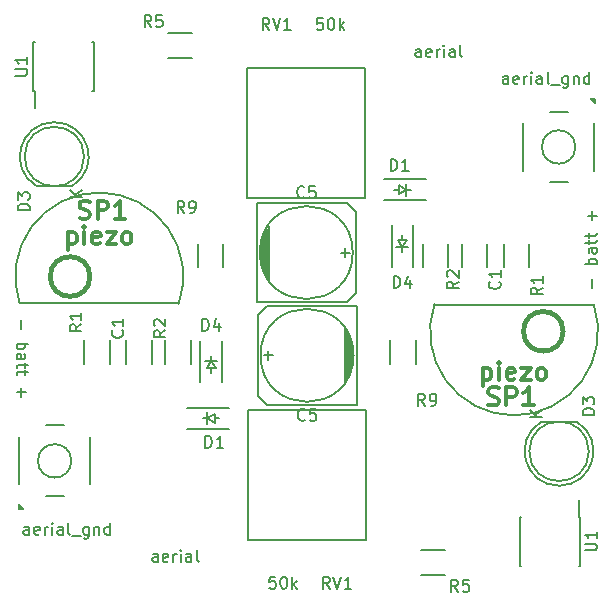
<source format=gto>
G04 #@! TF.FileFunction,Legend,Top*
%FSLAX46Y46*%
G04 Gerber Fmt 4.6, Leading zero omitted, Abs format (unit mm)*
G04 Created by KiCad (PCBNEW 0.201603210401+6634~43~ubuntu14.04.1-product) date mån 28 mar 2016 17:16:37*
%MOMM*%
G01*
G04 APERTURE LIST*
%ADD10C,0.050000*%
%ADD11C,0.200000*%
%ADD12C,0.150000*%
%ADD13C,0.381000*%
%ADD14C,0.304800*%
G04 APERTURE END LIST*
D10*
D11*
X100830071Y-126365404D02*
X100830071Y-127127309D01*
X100449119Y-128365404D02*
X101449119Y-128365404D01*
X101068167Y-128365404D02*
X101115786Y-128460642D01*
X101115786Y-128651119D01*
X101068167Y-128746357D01*
X101020548Y-128793976D01*
X100925310Y-128841595D01*
X100639595Y-128841595D01*
X100544357Y-128793976D01*
X100496738Y-128746357D01*
X100449119Y-128651119D01*
X100449119Y-128460642D01*
X100496738Y-128365404D01*
X100449119Y-129698738D02*
X100972929Y-129698738D01*
X101068167Y-129651119D01*
X101115786Y-129555881D01*
X101115786Y-129365404D01*
X101068167Y-129270166D01*
X100496738Y-129698738D02*
X100449119Y-129603500D01*
X100449119Y-129365404D01*
X100496738Y-129270166D01*
X100591976Y-129222547D01*
X100687214Y-129222547D01*
X100782452Y-129270166D01*
X100830071Y-129365404D01*
X100830071Y-129603500D01*
X100877690Y-129698738D01*
X101115786Y-130032071D02*
X101115786Y-130413023D01*
X101449119Y-130174928D02*
X100591976Y-130174928D01*
X100496738Y-130222547D01*
X100449119Y-130317785D01*
X100449119Y-130413023D01*
X101115786Y-130603500D02*
X101115786Y-130984452D01*
X101449119Y-130746357D02*
X100591976Y-130746357D01*
X100496738Y-130793976D01*
X100449119Y-130889214D01*
X100449119Y-130984452D01*
X100830071Y-132079691D02*
X100830071Y-132841596D01*
X100449119Y-132460644D02*
X101211024Y-132460644D01*
X149169429Y-123634096D02*
X149169429Y-122872191D01*
X149550381Y-121634096D02*
X148550381Y-121634096D01*
X148931333Y-121634096D02*
X148883714Y-121538858D01*
X148883714Y-121348381D01*
X148931333Y-121253143D01*
X148978952Y-121205524D01*
X149074190Y-121157905D01*
X149359905Y-121157905D01*
X149455143Y-121205524D01*
X149502762Y-121253143D01*
X149550381Y-121348381D01*
X149550381Y-121538858D01*
X149502762Y-121634096D01*
X149550381Y-120300762D02*
X149026571Y-120300762D01*
X148931333Y-120348381D01*
X148883714Y-120443619D01*
X148883714Y-120634096D01*
X148931333Y-120729334D01*
X149502762Y-120300762D02*
X149550381Y-120396000D01*
X149550381Y-120634096D01*
X149502762Y-120729334D01*
X149407524Y-120776953D01*
X149312286Y-120776953D01*
X149217048Y-120729334D01*
X149169429Y-120634096D01*
X149169429Y-120396000D01*
X149121810Y-120300762D01*
X148883714Y-119967429D02*
X148883714Y-119586477D01*
X148550381Y-119824572D02*
X149407524Y-119824572D01*
X149502762Y-119776953D01*
X149550381Y-119681715D01*
X149550381Y-119586477D01*
X148883714Y-119396000D02*
X148883714Y-119015048D01*
X148550381Y-119253143D02*
X149407524Y-119253143D01*
X149502762Y-119205524D01*
X149550381Y-119110286D01*
X149550381Y-119015048D01*
X149169429Y-117919809D02*
X149169429Y-117157904D01*
X149550381Y-117538856D02*
X148788476Y-117538856D01*
D12*
X117221000Y-134683500D02*
X117602000Y-134683500D01*
X116205000Y-134683500D02*
X116586000Y-134683500D01*
X116586000Y-134683500D02*
X117221000Y-134302500D01*
X117221000Y-134302500D02*
X117221000Y-135064500D01*
X117221000Y-135064500D02*
X116586000Y-134683500D01*
X116586000Y-134175500D02*
X116586000Y-135191500D01*
X114903500Y-135583500D02*
X118443500Y-135583500D01*
X114903500Y-133783500D02*
X118443500Y-133783500D01*
X100663500Y-142237500D02*
X100763500Y-142237500D01*
X100613500Y-142337500D02*
X100613500Y-141987500D01*
X100613500Y-141987500D02*
G75*
G03X100963500Y-142337500I1050000J700000D01*
G01*
X100613500Y-142337500D02*
X100963500Y-142337500D01*
X105077714Y-138287500D02*
G75*
G03X105077714Y-138287500I-1414214J0D01*
G01*
X106663500Y-140287500D02*
X106663500Y-136287500D01*
X100663500Y-140287500D02*
X100663500Y-136287500D01*
X104413500Y-141287500D02*
X102913500Y-141287500D01*
X102913500Y-135287500D02*
X104413500Y-135287500D01*
D10*
X103663500Y-141287500D02*
X103663500Y-141287500D01*
X106663500Y-136287500D02*
X106663500Y-140287500D01*
X100663500Y-136287500D02*
X100663500Y-140287500D01*
X103663500Y-135287500D02*
X103663500Y-135287500D01*
X105077714Y-138287500D02*
G75*
G03X105077714Y-138287500I-1414214J0D01*
G01*
D12*
X135833806Y-124990067D02*
G75*
G03X149307500Y-125067500I6723694J-2327433D01*
G01*
X135807500Y-125067500D02*
X149307500Y-125067500D01*
D13*
X146711650Y-127317500D02*
G75*
G03X146711650Y-127317500I-1677650J0D01*
G01*
D12*
X144842596Y-134992612D02*
G75*
G03X147867500Y-134977500I1524904J-2484888D01*
G01*
X144867500Y-134977500D02*
X147867500Y-134977500D01*
X148885436Y-137477500D02*
G75*
G03X148885436Y-137477500I-2517936J0D01*
G01*
X148180500Y-143022500D02*
X148035500Y-143022500D01*
X148180500Y-147172500D02*
X148035500Y-147172500D01*
X143030500Y-147172500D02*
X143175500Y-147172500D01*
X143030500Y-143022500D02*
X143175500Y-143022500D01*
X148180500Y-143022500D02*
X148180500Y-147172500D01*
X143030500Y-143022500D02*
X143030500Y-147172500D01*
X148035500Y-143022500D02*
X148035500Y-141622500D01*
X134699500Y-145800500D02*
X136699500Y-145800500D01*
X136699500Y-147950500D02*
X134699500Y-147950500D01*
X120031500Y-134009500D02*
X120031500Y-145009500D01*
X120031500Y-145009500D02*
X130031500Y-145009500D01*
X130031500Y-145009500D02*
X130031500Y-134009500D01*
X130031500Y-134009500D02*
X120031500Y-134009500D01*
X128841500Y-130365500D02*
X128841500Y-128333500D01*
X128714500Y-127952500D02*
X128714500Y-130746500D01*
X128587500Y-131000500D02*
X128587500Y-127698500D01*
X128460500Y-127444500D02*
X128460500Y-131254500D01*
X128333500Y-127317500D02*
X128333500Y-131381500D01*
X128206500Y-131635500D02*
X128206500Y-127063500D01*
X129222500Y-133540500D02*
X129222500Y-125158500D01*
X129222500Y-125158500D02*
X121602500Y-125158500D01*
X121602500Y-125158500D02*
X120840500Y-125920500D01*
X120840500Y-125920500D02*
X120840500Y-132778500D01*
X120840500Y-132778500D02*
X121602500Y-133540500D01*
X121602500Y-133540500D02*
X129222500Y-133540500D01*
X121348500Y-129349500D02*
X122110500Y-129349500D01*
X121729500Y-129730500D02*
X121729500Y-128968500D01*
X128968500Y-129349500D02*
G75*
G03X128968500Y-129349500I-3937000J0D01*
G01*
X132084500Y-130095500D02*
X132084500Y-128095500D01*
X134234500Y-128095500D02*
X134234500Y-130095500D01*
X106176500Y-130095500D02*
X106176500Y-128095500D01*
X108326500Y-128095500D02*
X108326500Y-130095500D01*
X113034500Y-130095500D02*
X113034500Y-128095500D01*
X115184500Y-128095500D02*
X115184500Y-130095500D01*
X109732500Y-130095500D02*
X109732500Y-128095500D01*
X111882500Y-128095500D02*
X111882500Y-130095500D01*
X116903500Y-130429000D02*
X116903500Y-130810000D01*
X116903500Y-129413000D02*
X116903500Y-129794000D01*
X116903500Y-129794000D02*
X117284500Y-130429000D01*
X117284500Y-130429000D02*
X116522500Y-130429000D01*
X116522500Y-130429000D02*
X116903500Y-129794000D01*
X117411500Y-129794000D02*
X116395500Y-129794000D01*
X116003500Y-128111500D02*
X116003500Y-131651500D01*
X117803500Y-128111500D02*
X117803500Y-131651500D01*
X140267000Y-119904000D02*
X140267000Y-121904000D01*
X138117000Y-121904000D02*
X138117000Y-119904000D01*
X121158000Y-119634000D02*
X121158000Y-121666000D01*
X121285000Y-122047000D02*
X121285000Y-119253000D01*
X121412000Y-118999000D02*
X121412000Y-122301000D01*
X121539000Y-122555000D02*
X121539000Y-118745000D01*
X121666000Y-122682000D02*
X121666000Y-118618000D01*
X121793000Y-118364000D02*
X121793000Y-122936000D01*
X120777000Y-116459000D02*
X120777000Y-124841000D01*
X120777000Y-124841000D02*
X128397000Y-124841000D01*
X128397000Y-124841000D02*
X129159000Y-124079000D01*
X129159000Y-124079000D02*
X129159000Y-117221000D01*
X129159000Y-117221000D02*
X128397000Y-116459000D01*
X128397000Y-116459000D02*
X120777000Y-116459000D01*
X128651000Y-120650000D02*
X127889000Y-120650000D01*
X128270000Y-120269000D02*
X128270000Y-121031000D01*
X128905000Y-120650000D02*
G75*
G03X128905000Y-120650000I-3937000J0D01*
G01*
X132778500Y-115316000D02*
X132397500Y-115316000D01*
X133794500Y-115316000D02*
X133413500Y-115316000D01*
X133413500Y-115316000D02*
X132778500Y-115697000D01*
X132778500Y-115697000D02*
X132778500Y-114935000D01*
X132778500Y-114935000D02*
X133413500Y-115316000D01*
X133413500Y-115824000D02*
X133413500Y-114808000D01*
X135096000Y-114416000D02*
X131556000Y-114416000D01*
X135096000Y-116216000D02*
X131556000Y-116216000D01*
X105156904Y-115006888D02*
G75*
G03X102132000Y-115022000I-1524904J2484888D01*
G01*
X105132000Y-115022000D02*
X102132000Y-115022000D01*
X106149936Y-112522000D02*
G75*
G03X106149936Y-112522000I-2517936J0D01*
G01*
X133096000Y-119570500D02*
X133096000Y-119189500D01*
X133096000Y-120586500D02*
X133096000Y-120205500D01*
X133096000Y-120205500D02*
X132715000Y-119570500D01*
X132715000Y-119570500D02*
X133477000Y-119570500D01*
X133477000Y-119570500D02*
X133096000Y-120205500D01*
X132588000Y-120205500D02*
X133604000Y-120205500D01*
X133996000Y-121888000D02*
X133996000Y-118348000D01*
X132196000Y-121888000D02*
X132196000Y-118348000D01*
X143823000Y-119904000D02*
X143823000Y-121904000D01*
X141673000Y-121904000D02*
X141673000Y-119904000D01*
X136965000Y-119904000D02*
X136965000Y-121904000D01*
X134815000Y-121904000D02*
X134815000Y-119904000D01*
X115300000Y-104199000D02*
X113300000Y-104199000D01*
X113300000Y-102049000D02*
X115300000Y-102049000D01*
X117915000Y-119904000D02*
X117915000Y-121904000D01*
X115765000Y-121904000D02*
X115765000Y-119904000D01*
X149336000Y-107762000D02*
X149236000Y-107762000D01*
X149386000Y-107662000D02*
X149386000Y-108012000D01*
X149386000Y-108012000D02*
G75*
G03X149036000Y-107662000I-1050000J-700000D01*
G01*
X149386000Y-107662000D02*
X149036000Y-107662000D01*
X147750214Y-111712000D02*
G75*
G03X147750214Y-111712000I-1414214J0D01*
G01*
X143336000Y-109712000D02*
X143336000Y-113712000D01*
X149336000Y-109712000D02*
X149336000Y-113712000D01*
X145586000Y-108712000D02*
X147086000Y-108712000D01*
X147086000Y-114712000D02*
X145586000Y-114712000D01*
D10*
X146336000Y-108712000D02*
X146336000Y-108712000D01*
X143336000Y-113712000D02*
X143336000Y-109712000D01*
X149336000Y-113712000D02*
X149336000Y-109712000D01*
X146336000Y-114712000D02*
X146336000Y-114712000D01*
X147750214Y-111712000D02*
G75*
G03X147750214Y-111712000I-1414214J0D01*
G01*
D12*
X101819000Y-106977000D02*
X101964000Y-106977000D01*
X101819000Y-102827000D02*
X101964000Y-102827000D01*
X106969000Y-102827000D02*
X106824000Y-102827000D01*
X106969000Y-106977000D02*
X106824000Y-106977000D01*
X101819000Y-106977000D02*
X101819000Y-102827000D01*
X106969000Y-106977000D02*
X106969000Y-102827000D01*
X101964000Y-106977000D02*
X101964000Y-108377000D01*
X129968000Y-115990000D02*
X129968000Y-104990000D01*
X129968000Y-104990000D02*
X119968000Y-104990000D01*
X119968000Y-104990000D02*
X119968000Y-115990000D01*
X119968000Y-115990000D02*
X129968000Y-115990000D01*
X114165694Y-125009433D02*
G75*
G03X100692000Y-124932000I-6723694J2327433D01*
G01*
X114192000Y-124932000D02*
X100692000Y-124932000D01*
D13*
X106643150Y-122682000D02*
G75*
G03X106643150Y-122682000I-1677650J0D01*
G01*
D12*
X116419405Y-137167881D02*
X116419405Y-136167881D01*
X116657500Y-136167881D01*
X116800358Y-136215500D01*
X116895596Y-136310738D01*
X116943215Y-136405976D01*
X116990834Y-136596452D01*
X116990834Y-136739310D01*
X116943215Y-136929786D01*
X116895596Y-137025024D01*
X116800358Y-137120262D01*
X116657500Y-137167881D01*
X116419405Y-137167881D01*
X117943215Y-137167881D02*
X117371786Y-137167881D01*
X117657500Y-137167881D02*
X117657500Y-136167881D01*
X117562262Y-136310738D01*
X117467024Y-136405976D01*
X117371786Y-136453595D01*
X101497214Y-144533881D02*
X101497214Y-144010071D01*
X101449595Y-143914833D01*
X101354357Y-143867214D01*
X101163880Y-143867214D01*
X101068642Y-143914833D01*
X101497214Y-144486262D02*
X101401976Y-144533881D01*
X101163880Y-144533881D01*
X101068642Y-144486262D01*
X101021023Y-144391024D01*
X101021023Y-144295786D01*
X101068642Y-144200548D01*
X101163880Y-144152929D01*
X101401976Y-144152929D01*
X101497214Y-144105310D01*
X102354357Y-144486262D02*
X102259119Y-144533881D01*
X102068642Y-144533881D01*
X101973404Y-144486262D01*
X101925785Y-144391024D01*
X101925785Y-144010071D01*
X101973404Y-143914833D01*
X102068642Y-143867214D01*
X102259119Y-143867214D01*
X102354357Y-143914833D01*
X102401976Y-144010071D01*
X102401976Y-144105310D01*
X101925785Y-144200548D01*
X102830547Y-144533881D02*
X102830547Y-143867214D01*
X102830547Y-144057690D02*
X102878166Y-143962452D01*
X102925785Y-143914833D01*
X103021023Y-143867214D01*
X103116262Y-143867214D01*
X103449595Y-144533881D02*
X103449595Y-143867214D01*
X103449595Y-143533881D02*
X103401976Y-143581500D01*
X103449595Y-143629119D01*
X103497214Y-143581500D01*
X103449595Y-143533881D01*
X103449595Y-143629119D01*
X104354357Y-144533881D02*
X104354357Y-144010071D01*
X104306738Y-143914833D01*
X104211500Y-143867214D01*
X104021023Y-143867214D01*
X103925785Y-143914833D01*
X104354357Y-144486262D02*
X104259119Y-144533881D01*
X104021023Y-144533881D01*
X103925785Y-144486262D01*
X103878166Y-144391024D01*
X103878166Y-144295786D01*
X103925785Y-144200548D01*
X104021023Y-144152929D01*
X104259119Y-144152929D01*
X104354357Y-144105310D01*
X104973404Y-144533881D02*
X104878166Y-144486262D01*
X104830547Y-144391024D01*
X104830547Y-143533881D01*
X105116262Y-144629119D02*
X105878167Y-144629119D01*
X106544834Y-143867214D02*
X106544834Y-144676738D01*
X106497215Y-144771976D01*
X106449596Y-144819595D01*
X106354357Y-144867214D01*
X106211500Y-144867214D01*
X106116262Y-144819595D01*
X106544834Y-144486262D02*
X106449596Y-144533881D01*
X106259119Y-144533881D01*
X106163881Y-144486262D01*
X106116262Y-144438643D01*
X106068643Y-144343405D01*
X106068643Y-144057690D01*
X106116262Y-143962452D01*
X106163881Y-143914833D01*
X106259119Y-143867214D01*
X106449596Y-143867214D01*
X106544834Y-143914833D01*
X107021024Y-143867214D02*
X107021024Y-144533881D01*
X107021024Y-143962452D02*
X107068643Y-143914833D01*
X107163881Y-143867214D01*
X107306739Y-143867214D01*
X107401977Y-143914833D01*
X107449596Y-144010071D01*
X107449596Y-144533881D01*
X108354358Y-144533881D02*
X108354358Y-143533881D01*
X108354358Y-144486262D02*
X108259120Y-144533881D01*
X108068643Y-144533881D01*
X107973405Y-144486262D01*
X107925786Y-144438643D01*
X107878167Y-144343405D01*
X107878167Y-144057690D01*
X107925786Y-143962452D01*
X107973405Y-143914833D01*
X108068643Y-143867214D01*
X108259120Y-143867214D01*
X108354358Y-143914833D01*
X112379310Y-146819881D02*
X112379310Y-146296071D01*
X112331691Y-146200833D01*
X112236453Y-146153214D01*
X112045976Y-146153214D01*
X111950738Y-146200833D01*
X112379310Y-146772262D02*
X112284072Y-146819881D01*
X112045976Y-146819881D01*
X111950738Y-146772262D01*
X111903119Y-146677024D01*
X111903119Y-146581786D01*
X111950738Y-146486548D01*
X112045976Y-146438929D01*
X112284072Y-146438929D01*
X112379310Y-146391310D01*
X113236453Y-146772262D02*
X113141215Y-146819881D01*
X112950738Y-146819881D01*
X112855500Y-146772262D01*
X112807881Y-146677024D01*
X112807881Y-146296071D01*
X112855500Y-146200833D01*
X112950738Y-146153214D01*
X113141215Y-146153214D01*
X113236453Y-146200833D01*
X113284072Y-146296071D01*
X113284072Y-146391310D01*
X112807881Y-146486548D01*
X113712643Y-146819881D02*
X113712643Y-146153214D01*
X113712643Y-146343690D02*
X113760262Y-146248452D01*
X113807881Y-146200833D01*
X113903119Y-146153214D01*
X113998358Y-146153214D01*
X114331691Y-146819881D02*
X114331691Y-146153214D01*
X114331691Y-145819881D02*
X114284072Y-145867500D01*
X114331691Y-145915119D01*
X114379310Y-145867500D01*
X114331691Y-145819881D01*
X114331691Y-145915119D01*
X115236453Y-146819881D02*
X115236453Y-146296071D01*
X115188834Y-146200833D01*
X115093596Y-146153214D01*
X114903119Y-146153214D01*
X114807881Y-146200833D01*
X115236453Y-146772262D02*
X115141215Y-146819881D01*
X114903119Y-146819881D01*
X114807881Y-146772262D01*
X114760262Y-146677024D01*
X114760262Y-146581786D01*
X114807881Y-146486548D01*
X114903119Y-146438929D01*
X115141215Y-146438929D01*
X115236453Y-146391310D01*
X115855500Y-146819881D02*
X115760262Y-146772262D01*
X115712643Y-146677024D01*
X115712643Y-145819881D01*
D14*
X140380357Y-133522357D02*
X140598071Y-133594929D01*
X140960928Y-133594929D01*
X141106071Y-133522357D01*
X141178642Y-133449786D01*
X141251214Y-133304643D01*
X141251214Y-133159500D01*
X141178642Y-133014357D01*
X141106071Y-132941786D01*
X140960928Y-132869214D01*
X140670642Y-132796643D01*
X140525500Y-132724071D01*
X140452928Y-132651500D01*
X140380357Y-132506357D01*
X140380357Y-132361214D01*
X140452928Y-132216071D01*
X140525500Y-132143500D01*
X140670642Y-132070929D01*
X141033500Y-132070929D01*
X141251214Y-132143500D01*
X141904357Y-133594929D02*
X141904357Y-132070929D01*
X142484929Y-132070929D01*
X142630071Y-132143500D01*
X142702643Y-132216071D01*
X142775214Y-132361214D01*
X142775214Y-132578929D01*
X142702643Y-132724071D01*
X142630071Y-132796643D01*
X142484929Y-132869214D01*
X141904357Y-132869214D01*
X144226643Y-133594929D02*
X143355786Y-133594929D01*
X143791214Y-133594929D02*
X143791214Y-132070929D01*
X143646071Y-132288643D01*
X143500929Y-132433786D01*
X143355786Y-132506357D01*
X139908643Y-130419929D02*
X139908643Y-131943929D01*
X139908643Y-130492500D02*
X140053786Y-130419929D01*
X140344072Y-130419929D01*
X140489215Y-130492500D01*
X140561786Y-130565071D01*
X140634357Y-130710214D01*
X140634357Y-131145643D01*
X140561786Y-131290786D01*
X140489215Y-131363357D01*
X140344072Y-131435929D01*
X140053786Y-131435929D01*
X139908643Y-131363357D01*
X141287500Y-131435929D02*
X141287500Y-130419929D01*
X141287500Y-129911929D02*
X141214929Y-129984500D01*
X141287500Y-130057071D01*
X141360072Y-129984500D01*
X141287500Y-129911929D01*
X141287500Y-130057071D01*
X142593786Y-131363357D02*
X142448643Y-131435929D01*
X142158357Y-131435929D01*
X142013214Y-131363357D01*
X141940643Y-131218214D01*
X141940643Y-130637643D01*
X142013214Y-130492500D01*
X142158357Y-130419929D01*
X142448643Y-130419929D01*
X142593786Y-130492500D01*
X142666357Y-130637643D01*
X142666357Y-130782786D01*
X141940643Y-130927929D01*
X143174357Y-130419929D02*
X143972643Y-130419929D01*
X143174357Y-131435929D01*
X143972643Y-131435929D01*
X144770928Y-131435929D02*
X144625786Y-131363357D01*
X144553214Y-131290786D01*
X144480643Y-131145643D01*
X144480643Y-130710214D01*
X144553214Y-130565071D01*
X144625786Y-130492500D01*
X144770928Y-130419929D01*
X144988643Y-130419929D01*
X145133786Y-130492500D01*
X145206357Y-130565071D01*
X145278928Y-130710214D01*
X145278928Y-131145643D01*
X145206357Y-131290786D01*
X145133786Y-131363357D01*
X144988643Y-131435929D01*
X144770928Y-131435929D01*
D12*
X149359881Y-134405595D02*
X148359881Y-134405595D01*
X148359881Y-134167500D01*
X148407500Y-134024642D01*
X148502738Y-133929404D01*
X148597976Y-133881785D01*
X148788452Y-133834166D01*
X148931310Y-133834166D01*
X149121786Y-133881785D01*
X149217024Y-133929404D01*
X149312262Y-134024642D01*
X149359881Y-134167500D01*
X149359881Y-134405595D01*
X148359881Y-133500833D02*
X148359881Y-132881785D01*
X148740833Y-133215119D01*
X148740833Y-133072261D01*
X148788452Y-132977023D01*
X148836071Y-132929404D01*
X148931310Y-132881785D01*
X149169405Y-132881785D01*
X149264643Y-132929404D01*
X149312262Y-132977023D01*
X149359881Y-133072261D01*
X149359881Y-133357976D01*
X149312262Y-133453214D01*
X149264643Y-133500833D01*
X144914881Y-134564405D02*
X143914881Y-134564405D01*
X144914881Y-133992976D02*
X144343452Y-134421548D01*
X143914881Y-133992976D02*
X144486310Y-134564405D01*
X148557881Y-145859405D02*
X149367405Y-145859405D01*
X149462643Y-145811786D01*
X149510262Y-145764167D01*
X149557881Y-145668929D01*
X149557881Y-145478452D01*
X149510262Y-145383214D01*
X149462643Y-145335595D01*
X149367405Y-145287976D01*
X148557881Y-145287976D01*
X149557881Y-144287976D02*
X149557881Y-144859405D01*
X149557881Y-144573691D02*
X148557881Y-144573691D01*
X148700738Y-144668929D01*
X148795976Y-144764167D01*
X148843595Y-144859405D01*
X137818834Y-149359881D02*
X137485500Y-148883690D01*
X137247405Y-149359881D02*
X137247405Y-148359881D01*
X137628358Y-148359881D01*
X137723596Y-148407500D01*
X137771215Y-148455119D01*
X137818834Y-148550357D01*
X137818834Y-148693214D01*
X137771215Y-148788452D01*
X137723596Y-148836071D01*
X137628358Y-148883690D01*
X137247405Y-148883690D01*
X138723596Y-148359881D02*
X138247405Y-148359881D01*
X138199786Y-148836071D01*
X138247405Y-148788452D01*
X138342643Y-148740833D01*
X138580739Y-148740833D01*
X138675977Y-148788452D01*
X138723596Y-148836071D01*
X138771215Y-148931310D01*
X138771215Y-149169405D01*
X138723596Y-149264643D01*
X138675977Y-149312262D01*
X138580739Y-149359881D01*
X138342643Y-149359881D01*
X138247405Y-149312262D01*
X138199786Y-149264643D01*
X126976262Y-149105881D02*
X126642928Y-148629690D01*
X126404833Y-149105881D02*
X126404833Y-148105881D01*
X126785786Y-148105881D01*
X126881024Y-148153500D01*
X126928643Y-148201119D01*
X126976262Y-148296357D01*
X126976262Y-148439214D01*
X126928643Y-148534452D01*
X126881024Y-148582071D01*
X126785786Y-148629690D01*
X126404833Y-148629690D01*
X127261976Y-148105881D02*
X127595309Y-149105881D01*
X127928643Y-148105881D01*
X128785786Y-149105881D02*
X128214357Y-149105881D01*
X128500071Y-149105881D02*
X128500071Y-148105881D01*
X128404833Y-148248738D01*
X128309595Y-148343976D01*
X128214357Y-148391595D01*
X122356643Y-148105881D02*
X121880452Y-148105881D01*
X121832833Y-148582071D01*
X121880452Y-148534452D01*
X121975690Y-148486833D01*
X122213786Y-148486833D01*
X122309024Y-148534452D01*
X122356643Y-148582071D01*
X122404262Y-148677310D01*
X122404262Y-148915405D01*
X122356643Y-149010643D01*
X122309024Y-149058262D01*
X122213786Y-149105881D01*
X121975690Y-149105881D01*
X121880452Y-149058262D01*
X121832833Y-149010643D01*
X123023309Y-148105881D02*
X123118548Y-148105881D01*
X123213786Y-148153500D01*
X123261405Y-148201119D01*
X123309024Y-148296357D01*
X123356643Y-148486833D01*
X123356643Y-148724929D01*
X123309024Y-148915405D01*
X123261405Y-149010643D01*
X123213786Y-149058262D01*
X123118548Y-149105881D01*
X123023309Y-149105881D01*
X122928071Y-149058262D01*
X122880452Y-149010643D01*
X122832833Y-148915405D01*
X122785214Y-148724929D01*
X122785214Y-148486833D01*
X122832833Y-148296357D01*
X122880452Y-148201119D01*
X122928071Y-148153500D01*
X123023309Y-148105881D01*
X123785214Y-149105881D02*
X123785214Y-148105881D01*
X123880452Y-148724929D02*
X124166167Y-149105881D01*
X124166167Y-148439214D02*
X123785214Y-148820167D01*
X124864834Y-134786643D02*
X124817215Y-134834262D01*
X124674358Y-134881881D01*
X124579120Y-134881881D01*
X124436262Y-134834262D01*
X124341024Y-134739024D01*
X124293405Y-134643786D01*
X124245786Y-134453310D01*
X124245786Y-134310452D01*
X124293405Y-134119976D01*
X124341024Y-134024738D01*
X124436262Y-133929500D01*
X124579120Y-133881881D01*
X124674358Y-133881881D01*
X124817215Y-133929500D01*
X124864834Y-133977119D01*
X125769596Y-133881881D02*
X125293405Y-133881881D01*
X125245786Y-134358071D01*
X125293405Y-134310452D01*
X125388643Y-134262833D01*
X125626739Y-134262833D01*
X125721977Y-134310452D01*
X125769596Y-134358071D01*
X125817215Y-134453310D01*
X125817215Y-134691405D01*
X125769596Y-134786643D01*
X125721977Y-134834262D01*
X125626739Y-134881881D01*
X125388643Y-134881881D01*
X125293405Y-134834262D01*
X125245786Y-134786643D01*
X135024834Y-133611881D02*
X134691500Y-133135690D01*
X134453405Y-133611881D02*
X134453405Y-132611881D01*
X134834358Y-132611881D01*
X134929596Y-132659500D01*
X134977215Y-132707119D01*
X135024834Y-132802357D01*
X135024834Y-132945214D01*
X134977215Y-133040452D01*
X134929596Y-133088071D01*
X134834358Y-133135690D01*
X134453405Y-133135690D01*
X135501024Y-133611881D02*
X135691500Y-133611881D01*
X135786739Y-133564262D01*
X135834358Y-133516643D01*
X135929596Y-133373786D01*
X135977215Y-133183310D01*
X135977215Y-132802357D01*
X135929596Y-132707119D01*
X135881977Y-132659500D01*
X135786739Y-132611881D01*
X135596262Y-132611881D01*
X135501024Y-132659500D01*
X135453405Y-132707119D01*
X135405786Y-132802357D01*
X135405786Y-133040452D01*
X135453405Y-133135690D01*
X135501024Y-133183310D01*
X135596262Y-133230929D01*
X135786739Y-133230929D01*
X135881977Y-133183310D01*
X135929596Y-133135690D01*
X135977215Y-133040452D01*
X105925881Y-126722166D02*
X105449690Y-127055500D01*
X105925881Y-127293595D02*
X104925881Y-127293595D01*
X104925881Y-126912642D01*
X104973500Y-126817404D01*
X105021119Y-126769785D01*
X105116357Y-126722166D01*
X105259214Y-126722166D01*
X105354452Y-126769785D01*
X105402071Y-126817404D01*
X105449690Y-126912642D01*
X105449690Y-127293595D01*
X105925881Y-125769785D02*
X105925881Y-126341214D01*
X105925881Y-126055500D02*
X104925881Y-126055500D01*
X105068738Y-126150738D01*
X105163976Y-126245976D01*
X105211595Y-126341214D01*
X113037881Y-127230166D02*
X112561690Y-127563500D01*
X113037881Y-127801595D02*
X112037881Y-127801595D01*
X112037881Y-127420642D01*
X112085500Y-127325404D01*
X112133119Y-127277785D01*
X112228357Y-127230166D01*
X112371214Y-127230166D01*
X112466452Y-127277785D01*
X112514071Y-127325404D01*
X112561690Y-127420642D01*
X112561690Y-127801595D01*
X112133119Y-126849214D02*
X112085500Y-126801595D01*
X112037881Y-126706357D01*
X112037881Y-126468261D01*
X112085500Y-126373023D01*
X112133119Y-126325404D01*
X112228357Y-126277785D01*
X112323595Y-126277785D01*
X112466452Y-126325404D01*
X113037881Y-126896833D01*
X113037881Y-126277785D01*
X109386643Y-127230166D02*
X109434262Y-127277785D01*
X109481881Y-127420642D01*
X109481881Y-127515880D01*
X109434262Y-127658738D01*
X109339024Y-127753976D01*
X109243786Y-127801595D01*
X109053310Y-127849214D01*
X108910452Y-127849214D01*
X108719976Y-127801595D01*
X108624738Y-127753976D01*
X108529500Y-127658738D01*
X108481881Y-127515880D01*
X108481881Y-127420642D01*
X108529500Y-127277785D01*
X108577119Y-127230166D01*
X109481881Y-126277785D02*
X109481881Y-126849214D01*
X109481881Y-126563500D02*
X108481881Y-126563500D01*
X108624738Y-126658738D01*
X108719976Y-126753976D01*
X108767595Y-126849214D01*
X116165405Y-127261881D02*
X116165405Y-126261881D01*
X116403500Y-126261881D01*
X116546358Y-126309500D01*
X116641596Y-126404738D01*
X116689215Y-126499976D01*
X116736834Y-126690452D01*
X116736834Y-126833310D01*
X116689215Y-127023786D01*
X116641596Y-127119024D01*
X116546358Y-127214262D01*
X116403500Y-127261881D01*
X116165405Y-127261881D01*
X117593977Y-126595214D02*
X117593977Y-127261881D01*
X117355881Y-126214262D02*
X117117786Y-126928548D01*
X117736834Y-126928548D01*
X141327143Y-123102666D02*
X141374762Y-123150285D01*
X141422381Y-123293142D01*
X141422381Y-123388380D01*
X141374762Y-123531238D01*
X141279524Y-123626476D01*
X141184286Y-123674095D01*
X140993810Y-123721714D01*
X140850952Y-123721714D01*
X140660476Y-123674095D01*
X140565238Y-123626476D01*
X140470000Y-123531238D01*
X140422381Y-123388380D01*
X140422381Y-123293142D01*
X140470000Y-123150285D01*
X140517619Y-123102666D01*
X141422381Y-122150285D02*
X141422381Y-122721714D01*
X141422381Y-122436000D02*
X140422381Y-122436000D01*
X140565238Y-122531238D01*
X140660476Y-122626476D01*
X140708095Y-122721714D01*
X124801334Y-115927143D02*
X124753715Y-115974762D01*
X124610858Y-116022381D01*
X124515620Y-116022381D01*
X124372762Y-115974762D01*
X124277524Y-115879524D01*
X124229905Y-115784286D01*
X124182286Y-115593810D01*
X124182286Y-115450952D01*
X124229905Y-115260476D01*
X124277524Y-115165238D01*
X124372762Y-115070000D01*
X124515620Y-115022381D01*
X124610858Y-115022381D01*
X124753715Y-115070000D01*
X124801334Y-115117619D01*
X125706096Y-115022381D02*
X125229905Y-115022381D01*
X125182286Y-115498571D01*
X125229905Y-115450952D01*
X125325143Y-115403333D01*
X125563239Y-115403333D01*
X125658477Y-115450952D01*
X125706096Y-115498571D01*
X125753715Y-115593810D01*
X125753715Y-115831905D01*
X125706096Y-115927143D01*
X125658477Y-115974762D01*
X125563239Y-116022381D01*
X125325143Y-116022381D01*
X125229905Y-115974762D01*
X125182286Y-115927143D01*
X132103905Y-113736381D02*
X132103905Y-112736381D01*
X132342000Y-112736381D01*
X132484858Y-112784000D01*
X132580096Y-112879238D01*
X132627715Y-112974476D01*
X132675334Y-113164952D01*
X132675334Y-113307810D01*
X132627715Y-113498286D01*
X132580096Y-113593524D01*
X132484858Y-113688762D01*
X132342000Y-113736381D01*
X132103905Y-113736381D01*
X133627715Y-113736381D02*
X133056286Y-113736381D01*
X133342000Y-113736381D02*
X133342000Y-112736381D01*
X133246762Y-112879238D01*
X133151524Y-112974476D01*
X133056286Y-113022095D01*
X101544381Y-117070095D02*
X100544381Y-117070095D01*
X100544381Y-116832000D01*
X100592000Y-116689142D01*
X100687238Y-116593904D01*
X100782476Y-116546285D01*
X100972952Y-116498666D01*
X101115810Y-116498666D01*
X101306286Y-116546285D01*
X101401524Y-116593904D01*
X101496762Y-116689142D01*
X101544381Y-116832000D01*
X101544381Y-117070095D01*
X100544381Y-116165333D02*
X100544381Y-115546285D01*
X100925333Y-115879619D01*
X100925333Y-115736761D01*
X100972952Y-115641523D01*
X101020571Y-115593904D01*
X101115810Y-115546285D01*
X101353905Y-115546285D01*
X101449143Y-115593904D01*
X101496762Y-115641523D01*
X101544381Y-115736761D01*
X101544381Y-116022476D01*
X101496762Y-116117714D01*
X101449143Y-116165333D01*
X105989381Y-115958905D02*
X104989381Y-115958905D01*
X105989381Y-115387476D02*
X105417952Y-115816048D01*
X104989381Y-115387476D02*
X105560810Y-115958905D01*
X132357905Y-123642381D02*
X132357905Y-122642381D01*
X132596000Y-122642381D01*
X132738858Y-122690000D01*
X132834096Y-122785238D01*
X132881715Y-122880476D01*
X132929334Y-123070952D01*
X132929334Y-123213810D01*
X132881715Y-123404286D01*
X132834096Y-123499524D01*
X132738858Y-123594762D01*
X132596000Y-123642381D01*
X132357905Y-123642381D01*
X133786477Y-122975714D02*
X133786477Y-123642381D01*
X133548381Y-122594762D02*
X133310286Y-123309048D01*
X133929334Y-123309048D01*
X144978381Y-123610666D02*
X144502190Y-123944000D01*
X144978381Y-124182095D02*
X143978381Y-124182095D01*
X143978381Y-123801142D01*
X144026000Y-123705904D01*
X144073619Y-123658285D01*
X144168857Y-123610666D01*
X144311714Y-123610666D01*
X144406952Y-123658285D01*
X144454571Y-123705904D01*
X144502190Y-123801142D01*
X144502190Y-124182095D01*
X144978381Y-122658285D02*
X144978381Y-123229714D01*
X144978381Y-122944000D02*
X143978381Y-122944000D01*
X144121238Y-123039238D01*
X144216476Y-123134476D01*
X144264095Y-123229714D01*
X137866381Y-123102666D02*
X137390190Y-123436000D01*
X137866381Y-123674095D02*
X136866381Y-123674095D01*
X136866381Y-123293142D01*
X136914000Y-123197904D01*
X136961619Y-123150285D01*
X137056857Y-123102666D01*
X137199714Y-123102666D01*
X137294952Y-123150285D01*
X137342571Y-123197904D01*
X137390190Y-123293142D01*
X137390190Y-123674095D01*
X136961619Y-122721714D02*
X136914000Y-122674095D01*
X136866381Y-122578857D01*
X136866381Y-122340761D01*
X136914000Y-122245523D01*
X136961619Y-122197904D01*
X137056857Y-122150285D01*
X137152095Y-122150285D01*
X137294952Y-122197904D01*
X137866381Y-122769333D01*
X137866381Y-122150285D01*
X111847334Y-101544381D02*
X111514000Y-101068190D01*
X111275905Y-101544381D02*
X111275905Y-100544381D01*
X111656858Y-100544381D01*
X111752096Y-100592000D01*
X111799715Y-100639619D01*
X111847334Y-100734857D01*
X111847334Y-100877714D01*
X111799715Y-100972952D01*
X111752096Y-101020571D01*
X111656858Y-101068190D01*
X111275905Y-101068190D01*
X112752096Y-100544381D02*
X112275905Y-100544381D01*
X112228286Y-101020571D01*
X112275905Y-100972952D01*
X112371143Y-100925333D01*
X112609239Y-100925333D01*
X112704477Y-100972952D01*
X112752096Y-101020571D01*
X112799715Y-101115810D01*
X112799715Y-101353905D01*
X112752096Y-101449143D01*
X112704477Y-101496762D01*
X112609239Y-101544381D01*
X112371143Y-101544381D01*
X112275905Y-101496762D01*
X112228286Y-101449143D01*
X114641334Y-117292381D02*
X114308000Y-116816190D01*
X114069905Y-117292381D02*
X114069905Y-116292381D01*
X114450858Y-116292381D01*
X114546096Y-116340000D01*
X114593715Y-116387619D01*
X114641334Y-116482857D01*
X114641334Y-116625714D01*
X114593715Y-116720952D01*
X114546096Y-116768571D01*
X114450858Y-116816190D01*
X114069905Y-116816190D01*
X115117524Y-117292381D02*
X115308000Y-117292381D01*
X115403239Y-117244762D01*
X115450858Y-117197143D01*
X115546096Y-117054286D01*
X115593715Y-116863810D01*
X115593715Y-116482857D01*
X115546096Y-116387619D01*
X115498477Y-116340000D01*
X115403239Y-116292381D01*
X115212762Y-116292381D01*
X115117524Y-116340000D01*
X115069905Y-116387619D01*
X115022286Y-116482857D01*
X115022286Y-116720952D01*
X115069905Y-116816190D01*
X115117524Y-116863810D01*
X115212762Y-116911429D01*
X115403239Y-116911429D01*
X115498477Y-116863810D01*
X115546096Y-116816190D01*
X115593715Y-116720952D01*
X100346381Y-105663905D02*
X101155905Y-105663905D01*
X101251143Y-105616286D01*
X101298762Y-105568667D01*
X101346381Y-105473429D01*
X101346381Y-105282952D01*
X101298762Y-105187714D01*
X101251143Y-105140095D01*
X101155905Y-105092476D01*
X100346381Y-105092476D01*
X101346381Y-104092476D02*
X101346381Y-104663905D01*
X101346381Y-104378191D02*
X100346381Y-104378191D01*
X100489238Y-104473429D01*
X100584476Y-104568667D01*
X100632095Y-104663905D01*
X134667810Y-104084381D02*
X134667810Y-103560571D01*
X134620191Y-103465333D01*
X134524953Y-103417714D01*
X134334476Y-103417714D01*
X134239238Y-103465333D01*
X134667810Y-104036762D02*
X134572572Y-104084381D01*
X134334476Y-104084381D01*
X134239238Y-104036762D01*
X134191619Y-103941524D01*
X134191619Y-103846286D01*
X134239238Y-103751048D01*
X134334476Y-103703429D01*
X134572572Y-103703429D01*
X134667810Y-103655810D01*
X135524953Y-104036762D02*
X135429715Y-104084381D01*
X135239238Y-104084381D01*
X135144000Y-104036762D01*
X135096381Y-103941524D01*
X135096381Y-103560571D01*
X135144000Y-103465333D01*
X135239238Y-103417714D01*
X135429715Y-103417714D01*
X135524953Y-103465333D01*
X135572572Y-103560571D01*
X135572572Y-103655810D01*
X135096381Y-103751048D01*
X136001143Y-104084381D02*
X136001143Y-103417714D01*
X136001143Y-103608190D02*
X136048762Y-103512952D01*
X136096381Y-103465333D01*
X136191619Y-103417714D01*
X136286858Y-103417714D01*
X136620191Y-104084381D02*
X136620191Y-103417714D01*
X136620191Y-103084381D02*
X136572572Y-103132000D01*
X136620191Y-103179619D01*
X136667810Y-103132000D01*
X136620191Y-103084381D01*
X136620191Y-103179619D01*
X137524953Y-104084381D02*
X137524953Y-103560571D01*
X137477334Y-103465333D01*
X137382096Y-103417714D01*
X137191619Y-103417714D01*
X137096381Y-103465333D01*
X137524953Y-104036762D02*
X137429715Y-104084381D01*
X137191619Y-104084381D01*
X137096381Y-104036762D01*
X137048762Y-103941524D01*
X137048762Y-103846286D01*
X137096381Y-103751048D01*
X137191619Y-103703429D01*
X137429715Y-103703429D01*
X137524953Y-103655810D01*
X138144000Y-104084381D02*
X138048762Y-104036762D01*
X138001143Y-103941524D01*
X138001143Y-103084381D01*
X142073714Y-106370381D02*
X142073714Y-105846571D01*
X142026095Y-105751333D01*
X141930857Y-105703714D01*
X141740380Y-105703714D01*
X141645142Y-105751333D01*
X142073714Y-106322762D02*
X141978476Y-106370381D01*
X141740380Y-106370381D01*
X141645142Y-106322762D01*
X141597523Y-106227524D01*
X141597523Y-106132286D01*
X141645142Y-106037048D01*
X141740380Y-105989429D01*
X141978476Y-105989429D01*
X142073714Y-105941810D01*
X142930857Y-106322762D02*
X142835619Y-106370381D01*
X142645142Y-106370381D01*
X142549904Y-106322762D01*
X142502285Y-106227524D01*
X142502285Y-105846571D01*
X142549904Y-105751333D01*
X142645142Y-105703714D01*
X142835619Y-105703714D01*
X142930857Y-105751333D01*
X142978476Y-105846571D01*
X142978476Y-105941810D01*
X142502285Y-106037048D01*
X143407047Y-106370381D02*
X143407047Y-105703714D01*
X143407047Y-105894190D02*
X143454666Y-105798952D01*
X143502285Y-105751333D01*
X143597523Y-105703714D01*
X143692762Y-105703714D01*
X144026095Y-106370381D02*
X144026095Y-105703714D01*
X144026095Y-105370381D02*
X143978476Y-105418000D01*
X144026095Y-105465619D01*
X144073714Y-105418000D01*
X144026095Y-105370381D01*
X144026095Y-105465619D01*
X144930857Y-106370381D02*
X144930857Y-105846571D01*
X144883238Y-105751333D01*
X144788000Y-105703714D01*
X144597523Y-105703714D01*
X144502285Y-105751333D01*
X144930857Y-106322762D02*
X144835619Y-106370381D01*
X144597523Y-106370381D01*
X144502285Y-106322762D01*
X144454666Y-106227524D01*
X144454666Y-106132286D01*
X144502285Y-106037048D01*
X144597523Y-105989429D01*
X144835619Y-105989429D01*
X144930857Y-105941810D01*
X145549904Y-106370381D02*
X145454666Y-106322762D01*
X145407047Y-106227524D01*
X145407047Y-105370381D01*
X145692762Y-106465619D02*
X146454667Y-106465619D01*
X147121334Y-105703714D02*
X147121334Y-106513238D01*
X147073715Y-106608476D01*
X147026096Y-106656095D01*
X146930857Y-106703714D01*
X146788000Y-106703714D01*
X146692762Y-106656095D01*
X147121334Y-106322762D02*
X147026096Y-106370381D01*
X146835619Y-106370381D01*
X146740381Y-106322762D01*
X146692762Y-106275143D01*
X146645143Y-106179905D01*
X146645143Y-105894190D01*
X146692762Y-105798952D01*
X146740381Y-105751333D01*
X146835619Y-105703714D01*
X147026096Y-105703714D01*
X147121334Y-105751333D01*
X147597524Y-105703714D02*
X147597524Y-106370381D01*
X147597524Y-105798952D02*
X147645143Y-105751333D01*
X147740381Y-105703714D01*
X147883239Y-105703714D01*
X147978477Y-105751333D01*
X148026096Y-105846571D01*
X148026096Y-106370381D01*
X148930858Y-106370381D02*
X148930858Y-105370381D01*
X148930858Y-106322762D02*
X148835620Y-106370381D01*
X148645143Y-106370381D01*
X148549905Y-106322762D01*
X148502286Y-106275143D01*
X148454667Y-106179905D01*
X148454667Y-105894190D01*
X148502286Y-105798952D01*
X148549905Y-105751333D01*
X148645143Y-105703714D01*
X148835620Y-105703714D01*
X148930858Y-105751333D01*
X121832762Y-101798381D02*
X121499428Y-101322190D01*
X121261333Y-101798381D02*
X121261333Y-100798381D01*
X121642286Y-100798381D01*
X121737524Y-100846000D01*
X121785143Y-100893619D01*
X121832762Y-100988857D01*
X121832762Y-101131714D01*
X121785143Y-101226952D01*
X121737524Y-101274571D01*
X121642286Y-101322190D01*
X121261333Y-101322190D01*
X122118476Y-100798381D02*
X122451809Y-101798381D01*
X122785143Y-100798381D01*
X123642286Y-101798381D02*
X123070857Y-101798381D01*
X123356571Y-101798381D02*
X123356571Y-100798381D01*
X123261333Y-100941238D01*
X123166095Y-101036476D01*
X123070857Y-101084095D01*
X126357143Y-100798381D02*
X125880952Y-100798381D01*
X125833333Y-101274571D01*
X125880952Y-101226952D01*
X125976190Y-101179333D01*
X126214286Y-101179333D01*
X126309524Y-101226952D01*
X126357143Y-101274571D01*
X126404762Y-101369810D01*
X126404762Y-101607905D01*
X126357143Y-101703143D01*
X126309524Y-101750762D01*
X126214286Y-101798381D01*
X125976190Y-101798381D01*
X125880952Y-101750762D01*
X125833333Y-101703143D01*
X127023809Y-100798381D02*
X127119048Y-100798381D01*
X127214286Y-100846000D01*
X127261905Y-100893619D01*
X127309524Y-100988857D01*
X127357143Y-101179333D01*
X127357143Y-101417429D01*
X127309524Y-101607905D01*
X127261905Y-101703143D01*
X127214286Y-101750762D01*
X127119048Y-101798381D01*
X127023809Y-101798381D01*
X126928571Y-101750762D01*
X126880952Y-101703143D01*
X126833333Y-101607905D01*
X126785714Y-101417429D01*
X126785714Y-101179333D01*
X126833333Y-100988857D01*
X126880952Y-100893619D01*
X126928571Y-100846000D01*
X127023809Y-100798381D01*
X127785714Y-101798381D02*
X127785714Y-100798381D01*
X127880952Y-101417429D02*
X128166667Y-101798381D01*
X128166667Y-101131714D02*
X127785714Y-101512667D01*
D14*
X105772857Y-117710857D02*
X105990571Y-117783429D01*
X106353428Y-117783429D01*
X106498571Y-117710857D01*
X106571142Y-117638286D01*
X106643714Y-117493143D01*
X106643714Y-117348000D01*
X106571142Y-117202857D01*
X106498571Y-117130286D01*
X106353428Y-117057714D01*
X106063142Y-116985143D01*
X105918000Y-116912571D01*
X105845428Y-116840000D01*
X105772857Y-116694857D01*
X105772857Y-116549714D01*
X105845428Y-116404571D01*
X105918000Y-116332000D01*
X106063142Y-116259429D01*
X106426000Y-116259429D01*
X106643714Y-116332000D01*
X107296857Y-117783429D02*
X107296857Y-116259429D01*
X107877429Y-116259429D01*
X108022571Y-116332000D01*
X108095143Y-116404571D01*
X108167714Y-116549714D01*
X108167714Y-116767429D01*
X108095143Y-116912571D01*
X108022571Y-116985143D01*
X107877429Y-117057714D01*
X107296857Y-117057714D01*
X109619143Y-117783429D02*
X108748286Y-117783429D01*
X109183714Y-117783429D02*
X109183714Y-116259429D01*
X109038571Y-116477143D01*
X108893429Y-116622286D01*
X108748286Y-116694857D01*
X104793143Y-118926429D02*
X104793143Y-120450429D01*
X104793143Y-118999000D02*
X104938286Y-118926429D01*
X105228572Y-118926429D01*
X105373715Y-118999000D01*
X105446286Y-119071571D01*
X105518857Y-119216714D01*
X105518857Y-119652143D01*
X105446286Y-119797286D01*
X105373715Y-119869857D01*
X105228572Y-119942429D01*
X104938286Y-119942429D01*
X104793143Y-119869857D01*
X106172000Y-119942429D02*
X106172000Y-118926429D01*
X106172000Y-118418429D02*
X106099429Y-118491000D01*
X106172000Y-118563571D01*
X106244572Y-118491000D01*
X106172000Y-118418429D01*
X106172000Y-118563571D01*
X107478286Y-119869857D02*
X107333143Y-119942429D01*
X107042857Y-119942429D01*
X106897714Y-119869857D01*
X106825143Y-119724714D01*
X106825143Y-119144143D01*
X106897714Y-118999000D01*
X107042857Y-118926429D01*
X107333143Y-118926429D01*
X107478286Y-118999000D01*
X107550857Y-119144143D01*
X107550857Y-119289286D01*
X106825143Y-119434429D01*
X108058857Y-118926429D02*
X108857143Y-118926429D01*
X108058857Y-119942429D01*
X108857143Y-119942429D01*
X109655428Y-119942429D02*
X109510286Y-119869857D01*
X109437714Y-119797286D01*
X109365143Y-119652143D01*
X109365143Y-119216714D01*
X109437714Y-119071571D01*
X109510286Y-118999000D01*
X109655428Y-118926429D01*
X109873143Y-118926429D01*
X110018286Y-118999000D01*
X110090857Y-119071571D01*
X110163428Y-119216714D01*
X110163428Y-119652143D01*
X110090857Y-119797286D01*
X110018286Y-119869857D01*
X109873143Y-119942429D01*
X109655428Y-119942429D01*
M02*

</source>
